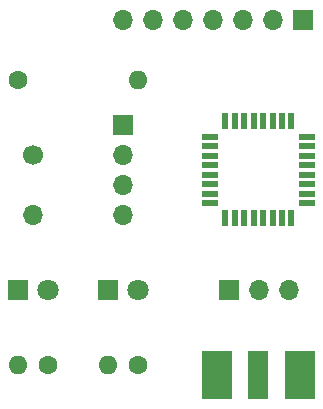
<source format=gbr>
%TF.GenerationSoftware,KiCad,Pcbnew,(6.0.5)*%
%TF.CreationDate,2022-08-05T22:50:17+10:00*%
%TF.ProjectId,stm8_target,73746d38-5f74-4617-9267-65742e6b6963,rev?*%
%TF.SameCoordinates,Original*%
%TF.FileFunction,Soldermask,Top*%
%TF.FilePolarity,Negative*%
%FSLAX46Y46*%
G04 Gerber Fmt 4.6, Leading zero omitted, Abs format (unit mm)*
G04 Created by KiCad (PCBNEW (6.0.5)) date 2022-08-05 22:50:17*
%MOMM*%
%LPD*%
G01*
G04 APERTURE LIST*
%ADD10C,1.600000*%
%ADD11O,1.600000X1.600000*%
%ADD12R,1.800000X1.800000*%
%ADD13C,1.800000*%
%ADD14R,1.700000X1.700000*%
%ADD15O,1.700000X1.700000*%
%ADD16R,1.473200X0.508000*%
%ADD17R,0.508000X1.473200*%
%ADD18R,1.780000X4.190000*%
%ADD19R,2.665000X4.190000*%
%ADD20C,1.700000*%
G04 APERTURE END LIST*
D10*
%TO.C,R3*%
X76200000Y-110490000D03*
D11*
X73660000Y-110490000D03*
%TD*%
D10*
%TO.C,R2*%
X83820000Y-110490000D03*
D11*
X81280000Y-110490000D03*
%TD*%
D12*
%TO.C,D2*%
X73660000Y-104140000D03*
D13*
X76200000Y-104140000D03*
%TD*%
D12*
%TO.C,D1*%
X81280000Y-104140000D03*
D13*
X83820000Y-104140000D03*
%TD*%
D14*
%TO.C,J4*%
X91455000Y-104140000D03*
D15*
X93995000Y-104140000D03*
X96535000Y-104140000D03*
%TD*%
D16*
%TO.C,U1*%
X89865200Y-91180001D03*
X89865200Y-91979999D03*
X89865200Y-92780000D03*
X89865200Y-93580001D03*
X89865200Y-94379999D03*
X89865200Y-95180000D03*
X89865200Y-95979999D03*
X89865200Y-96779999D03*
D17*
X91180001Y-98094800D03*
X91979999Y-98094800D03*
X92780000Y-98094800D03*
X93580001Y-98094800D03*
X94379999Y-98094800D03*
X95180000Y-98094800D03*
X95979999Y-98094800D03*
X96779999Y-98094800D03*
D16*
X98094800Y-96779999D03*
X98094800Y-95980001D03*
X98094800Y-95180000D03*
X98094800Y-94379999D03*
X98094800Y-93580001D03*
X98094800Y-92780000D03*
X98094800Y-91980001D03*
X98094800Y-91180001D03*
D17*
X96779999Y-89865200D03*
X95980001Y-89865200D03*
X95180000Y-89865200D03*
X94379999Y-89865200D03*
X93580001Y-89865200D03*
X92780000Y-89865200D03*
X91980001Y-89865200D03*
X91180001Y-89865200D03*
%TD*%
D10*
%TO.C,R1*%
X73660000Y-86360000D03*
D11*
X83820000Y-86360000D03*
%TD*%
D14*
%TO.C,J1*%
X82550000Y-90170000D03*
D15*
X82550000Y-92710000D03*
X82550000Y-95250000D03*
X82550000Y-97790000D03*
%TD*%
D18*
%TO.C,J3*%
X93980000Y-111305000D03*
D19*
X97472500Y-111305000D03*
X90487500Y-111305000D03*
%TD*%
D20*
%TO.C,SW1*%
X74930000Y-92725000D03*
D15*
X74930000Y-97805000D03*
%TD*%
D14*
%TO.C,J2*%
X97795000Y-81280000D03*
D15*
X95255000Y-81280000D03*
X92715000Y-81280000D03*
X90175000Y-81280000D03*
X87635000Y-81280000D03*
X85095000Y-81280000D03*
X82555000Y-81280000D03*
%TD*%
M02*

</source>
